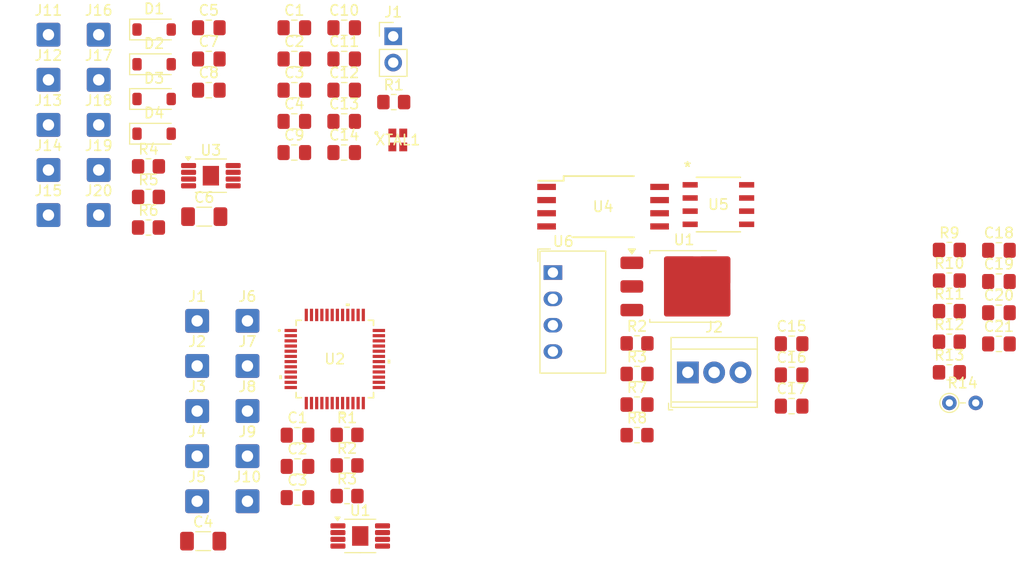
<source format=kicad_pcb>
(kicad_pcb (version 20240108) (generator "pcbnew") (generator_version "8.0")
  (layers (0 "F.Cu" signal) (31 "B.Cu" signal) (34 "B.Paste" user) (35 "F.Paste" user) (36 "B.SilkS" user "B.Silkscreen") (37 "F.SilkS" user "F.Silkscreen") (38 "B.Mask" user) (39 "F.Mask" user) (44 "Edge.Cuts" user))
  (net 0 "")
  (net 1 "Net-(U1-VREG)")
  (net 2 "GND")
  (net 3 "Net-(J4-Pin_1)")
  (net 4 "+24V")
  (net 5 "Net-(J2-Pin_1)")
  (net 6 "Net-(U1-SW)")
  (net 15 "Net-(U1-OC{slash}DT)")
  (net 16 "Net-(U1-RT)")
  (net 44 "+3.3V")
  (net 45 "Net-(U3-VREG)")
  (net 46 "Net-(J12-Pin_1)")
  (net 47 "Net-(U3-SW)")
  (net 48 "Net-(J14-Pin_1)")
  (net 49 "Net-(U2-VREF+)")
  (net 50 "Net-(J1-Pin_1)")
  (net 51 "Net-(U2-PF0-OSC_IN)")
  (net 52 "Net-(U2-PF1-OSC_OUT)")
  (net 53 "Net-(D1-K)")
  (net 54 "Net-(D1-A)")
  (net 55 "Net-(D2-A)")
  (net 56 "Net-(D3-A)")
  (net 63 "Net-(U3-OC{slash}DT)")
  (net 64 "Net-(U3-RT)")
  (net 67 "+5V")
  (net 68 "Net-(U1-VO)")
  (net 69 "Net-(C17-Pad2)")
  (net 70 "Net-(J2-Pin_3)")
  (net 71 "Net-(U6-+VOUT)")
  (net 76 "ADC2_2")
  (net 77 "ADC1_1")
  (net 78 "ADC2_3")
  (net 79 "CAN2_Tx")
  (net 80 "CAN2_Rx")
  (net 81 "CAN2_STB")
  (net 82 "CAN1_Rx")
  (net 83 "HRTIM_CHA1")
  (net 84 "CAN1_Tx")
  (net 85 "HRTIM_CHB1")
  (footprint "Converter_DCDC:Converter_DCDC_Murata_CRE1xxxxxx3C_THT" (layer "F.Cu") (at 173.9375 82.115)
    (property "Reference" "U6" (at 1 -3 0) (layer "F.SilkS"))
    (property "Value" "CRE1S0305S3C")
    (pad "1" thru_hole rect (at 0 0 270) (size 1.4 1.8) (drill 1) (layers "*.Cu" "*.Mask") (net 2 "GND"))
    (pad "2" thru_hole oval (at 0 2.54 270) (size 1.4 1.8) (drill 1) (layers "*.Cu" "*.Mask") (net 4 "+24V"))
    (pad "3" thru_hole oval (at 0 5.08 270) (size 1.4 1.8) (drill 1) (layers "*.Cu" "*.Mask") (net 2 "GND"))
    (pad "4" thru_hole oval (at 0 7.62 270) (size 1.4 1.8) (drill 1) (layers "*.Cu" "*.Mask") (net 71 "Net-(U6-+VOUT)"))
  )
  (footprint "Connector_Wire:SolderWire-0.5sqmm_1x01_D0.9mm_OD2.3mm" (layer "F.Cu") (at 139.62 95.475)
    (property "Reference" "J3" (at 0 -2.35 0) (layer "F.SilkS"))
    (property "Value" "Conn_01x01")
    (pad "1" thru_hole roundrect (at 0 0) (size 2.3 2.3) (drill 1.1) (layers "*.Cu" "*.Mask") (roundrect_rratio 0.108696))
  )
  (footprint "Connector_Wire:SolderWire-0.5sqmm_1x01_D0.9mm_OD2.3mm" (layer "F.Cu") (at 130.1232 72.2217)
    (property "Reference" "J19" (at 0 -2.35 0) (layer "F.SilkS"))
    (property "Value" "Conn_01x01")
    (pad "1" thru_hole roundrect (at 0 0) (size 2.3 2.3) (drill 1.1) (layers "*.Cu" "*.Mask") (roundrect_rratio 0.108696))
  )
  (footprint "Resistor_SMD:R_0805_2012Metric_Pad1.20x1.40mm_HandSolder" (layer "F.Cu") (at 182.0525 88.95)
    (property "Reference" "R2" (at 0 -1.65 0) (layer "F.SilkS"))
    (property "Value" "0")
    (pad "1" smd roundrect (at -1 0) (size 1.2 1.4) (layers "F.Cu" "F.Paste" "F.Mask") (roundrect_rratio 0.208333) (net 68 "Net-(U1-VO)"))
    (pad "2" smd roundrect (at 1 0) (size 1.2 1.4) (layers "F.Cu" "F.Paste" "F.Mask") (roundrect_rratio 0.208333) (net 44 "+3.3V"))
  )
  (footprint "Connector_Wire:SolderWire-0.5sqmm_1x01_D0.9mm_OD2.3mm" (layer "F.Cu") (at 144.47 99.825)
    (property "Reference" "J9" (at 0 -2.35 0) (layer "F.SilkS"))
    (property "Value" "Conn_01x01")
    (pad "1" thru_hole roundrect (at 0 0) (size 2.3 2.3) (drill 1.1) (layers "*.Cu" "*.Mask") (roundrect_rratio 0.108696))
  )
  (footprint "Connector_Wire:SolderWire-0.5sqmm_1x01_D0.9mm_OD2.3mm" (layer "F.Cu") (at 125.2732 67.8717)
    (property "Reference" "J13" (at 0 -2.35 0) (layer "F.SilkS"))
    (property "Value" "Conn_01x01")
    (pad "1" thru_hole roundrect (at 0 0) (size 2.3 2.3) (drill 1.1) (layers "*.Cu" "*.Mask") (roundrect_rratio 0.108696))
  )
  (footprint "Resistor_SMD:R_0805_2012Metric_Pad1.20x1.40mm_HandSolder" (layer "F.Cu") (at 158.5832 65.6717)
    (property "Reference" "R1" (at 0 -1.65 0) (layer "F.SilkS"))
    (property "Value" "10k")
    (pad "1" smd roundrect (at -1 0) (size 1.2 1.4) (layers "F.Cu" "F.Paste" "F.Mask") (roundrect_rratio 0.208333) (net 44 "+3.3V"))
    (pad "2" smd roundrect (at 1 0) (size 1.2 1.4) (layers "F.Cu" "F.Paste" "F.Mask") (roundrect_rratio 0.208333) (net 50 "Net-(J1-Pin_1)"))
  )
  (footprint "Resistor_SMD:R_0805_2012Metric_Pad1.20x1.40mm_HandSolder" (layer "F.Cu") (at 212.1825 82.89)
    (property "Reference" "R10" (at 0 -1.65 0) (layer "F.SilkS"))
    (property "Value" "10k")
    (pad "1" smd roundrect (at -1 0) (size 1.2 1.4) (layers "F.Cu" "F.Paste" "F.Mask") (roundrect_rratio 0.208333) (net 2 "GND"))
    (pad "2" smd roundrect (at 1 0) (size 1.2 1.4) (layers "F.Cu" "F.Paste" "F.Mask") (roundrect_rratio 0.208333) (net 76 "ADC2_2"))
  )
  (footprint "Capacitor_SMD:C_0805_2012Metric_Pad1.18x1.45mm_HandSolder" (layer "F.Cu") (at 153.8032 61.5117)
    (property "Reference" "C11" (at 0 -1.68 0) (layer "F.SilkS"))
    (property "Value" "1uF")
    (pad "1" smd roundrect (at -1.0375 0) (size 1.175 1.45) (layers "F.Cu" "F.Paste" "F.Mask") (roundrect_rratio 0.212766) (net 2 "GND"))
    (pad "2" smd roundrect (at 1.0375 0) (size 1.175 1.45) (layers "F.Cu" "F.Paste" "F.Mask") (roundrect_rratio 0.212766) (net 49 "Net-(U2-VREF+)"))
  )
  (footprint "Resistor_SMD:R_0805_2012Metric_Pad1.20x1.40mm_HandSolder" (layer "F.Cu") (at 182.0525 94.85)
    (property "Reference" "R7" (at 0 -1.65 0) (layer "F.SilkS"))
    (property "Value" "60")
    (pad "1" smd roundrect (at -1 0) (size 1.2 1.4) (layers "F.Cu" "F.Paste" "F.Mask") (roundrect_rratio 0.208333) (net 70 "Net-(J2-Pin_3)"))
    (pad "2" smd roundrect (at 1 0) (size 1.2 1.4) (layers "F.Cu" "F.Paste" "F.Mask") (roundrect_rratio 0.208333) (net 69 "Net-(C17-Pad2)"))
  )
  (footprint "Capacitor_SMD:C_0805_2012Metric_Pad1.18x1.45mm_HandSolder" (layer "F.Cu") (at 153.8032 70.5417)
    (property "Reference" "C14" (at 0 -1.68 0) (layer "F.SilkS"))
    (property "Value" "6.8pF")
    (pad "1" smd roundrect (at -1.0375 0) (size 1.175 1.45) (layers "F.Cu" "F.Paste" "F.Mask") (roundrect_rratio 0.212766) (net 52 "Net-(U2-PF1-OSC_OUT)"))
    (pad "2" smd roundrect (at 1.0375 0) (size 1.175 1.45) (layers "F.Cu" "F.Paste" "F.Mask") (roundrect_rratio 0.212766) (net 2 "GND"))
  )
  (footprint "Connector_Wire:SolderWire-0.5sqmm_1x01_D0.9mm_OD2.3mm" (layer "F.Cu") (at 130.1232 67.8717)
    (property "Reference" "J18" (at 0 -2.35 0) (layer "F.SilkS"))
    (property "Value" "Conn_01x01")
    (pad "1" thru_hole roundrect (at 0 0) (size 2.3 2.3) (drill 1.1) (layers "*.Cu" "*.Mask") (roundrect_rratio 0.108696) (net 56 "Net-(D3-A)"))
  )
  (footprint "Capacitor_SMD:C_0805_2012Metric_Pad1.18x1.45mm_HandSolder" (layer "F.Cu") (at 148.9932 58.5017)
    (property "Reference" "C1" (at 0 -1.68 0) (layer "F.SilkS"))
    (property "Value" "4.7uF")
    (pad "1" smd roundrect (at -1.0375 0) (size 1.175 1.45) (layers "F.Cu" "F.Paste" "F.Mask") (roundrect_rratio 0.212766) (net 44 "+3.3V"))
    (pad "2" smd roundrect (at 1.0375 0) (size 1.175 1.45) (layers "F.Cu" "F.Paste" "F.Mask") (roundrect_rratio 0.212766) (net 2 "GND"))
  )
  (footprint "footprints_crystal:NX2016AB_NDK" (layer "F.Cu") (at 158.975 69.325)
    (property "Reference" "XTAL1" (at 0 0 0) (layer "F.SilkS"))
    (property "Value" "NX2016AB-32MHZ ST2")
    (pad "1" smd rect (at -0.525 -0.675) (size 0.762 0.8382) (layers "F.Cu" "F.Paste" "F.Mask") (net 51 "Net-(U2-PF0-OSC_IN)"))
    (pad "2" smd rect (at -0.525 0.675) (size 0.762 0.8382) (layers "F.Cu" "F.Paste" "F.Mask") (net 2 "GND"))
    (pad "3" smd rect (at 0.525 0.675) (size 0.762 0.8382) (layers "F.Cu" "F.Paste" "F.Mask") (net 52 "Net-(U2-PF1-OSC_OUT)"))
    (pad "4" smd rect (at 0.525 -0.675) (size 0.762 0.8382) (layers "F.Cu" "F.Paste" "F.Mask") (net 2 "GND"))
  )
  (footprint "Diode_SMD:D_SOD-123" (layer "F.Cu") (at 135.4682 62.0217)
    (property "Reference" "D2" (at 0 -2 0) (layer "F.SilkS"))
    (property "Value" "PMEG6010CEH")
    (pad "1" smd roundrect (at -1.65 0) (size 0.9 1.2) (layers "F.Cu" "F.Paste" "F.Mask") (net 54 "Net-(D1-A)"))
    (pad "2" smd roundrect (at 1.65 0) (size 0.9 1.2) (layers "F.Cu" "F.Paste" "F.Mask") (net 55 "Net-(D2-A)"))
  )
  (footprint "Capacitor_SMD:C_0805_2012Metric_Pad1.18x1.45mm_HandSolder" (layer "F.Cu") (at 196.9625 95)
    (property "Reference" "C17" (at 0 -1.68 0) (layer "F.SilkS"))
    (property "Value" "10nF")
    (pad "1" smd roundrect (at -1.0375 0) (size 1.175 1.45) (layers "F.Cu" "F.Paste" "F.Mask") (roundrect_rratio 0.212766) (net 2 "GND"))
    (pad "2" smd roundrect (at 1.0375 0) (size 1.175 1.45) (layers "F.Cu" "F.Paste" "F.Mask") (roundrect_rratio 0.212766) (net 69 "Net-(C17-Pad2)"))
  )
  (footprint "footprints:LQFP48-7x7mm" (layer "F.Cu") (at 152.898301 90.454899)
    (property "Reference" "U2" (at 0 0 0) (layer "F.SilkS"))
    (property "Value" "STM32G474CET6")
    (pad "1" smd rect (at -4.249999 -2.75) (size 1.1938 0.3048) (layers "F.Cu" "F.Paste" "F.Mask") (net 44 "+3.3V"))
    (pad "2" smd rect (at -4.249999 -2.250001) (size 1.1938 0.3048) (layers "F.Cu" "F.Paste" "F.Mask"))
    (pad "3" smd rect (at -4.249999 -1.749999) (size 1.1938 0.3048) (layers "F.Cu" "F.Paste" "F.Mask"))
    (pad "4" smd rect (at -4.249999 -1.25) (size 1.1938 0.3048) (layers "F.Cu" "F.Paste" "F.Mask"))
    (pad "5" smd rect (at -4.249999 -0.750001) (size 1.1938 0.3048) (layers "F.Cu" "F.Paste" "F.Mask") (net 51 "Net-(U2-PF0-OSC_IN)"))
    (pad "6" smd rect (at -4.249999 -0.25) (size 1.1938 0.3048) (layers "F.Cu" "F.Paste" "F.Mask") (net 52 "Net-(U2-PF1-OSC_OUT)"))
    (pad "7" smd rect (at -4.249999 0.25) (size 1.1938 0.3048) (layers "F.Cu" "F.Paste" "F.Mask") (net 50 "Net-(J1-Pin_1)"))
    (pad "8" smd rect (at -4.249999 0.750001) (size 1.1938 0.3048) (layers "F.Cu" "F.Paste" "F.Mask") (net 77 "ADC1_1"))
    (pad "9" smd rect (at -4.249999 1.25) (size 1.1938 0.3048) (layers "F.Cu" "F.Paste" "F.Mask") (net 76 "ADC2_2"))
    (pad "10" smd rect (at -4.249999 1.749999) (size 1.1938 0.3048) (layers "F.Cu" "F.Paste" "F.Mask"))
    (pad "11" smd rect (at -4.249999 2.250001) (size 1.1938 0.3048) (layers "F.Cu" "F.Paste" "F.Mask"))
    (pad "12" smd rect (at -4.249999 2.75) (size 1.1938 0.3048) (layers "F.Cu" "F.Paste" "F.Mask"))
    (pad "13" smd rect (at -2.75 4.249999 90) (size 1.1938 0.3048) (layers "F.Cu" "F.Paste" "F.Mask"))
    (pad "14" smd rect (at -2.250001 4.249999 90) (size 1.1938 0.3048) (layers "F.Cu" "F.Paste" "F.Mask") (net 78 "ADC2_3"))
    (pad "15" smd rect (at -1.749999 4.249999 90) (size 1.1938 0.3048) (layers "F.Cu" "F.Paste" "F.Mask"))
    (pad "16" smd rect (at -1.25 4.249999 90) (size 1.1938 0.3048) (layers "F.Cu" "F.Paste" "F.Mask"))
    (pad "17" smd rect (at -0.750001 4.249999 90) (size 1.1938 0.3048) (layers "F.Cu" "F.Paste" "F.Mask"))
    (pad "18" smd rect (at -0.25 4.249999 90) (size 1.1938 0.3048) (layers "F.Cu" "F.Paste" "F.Mask"))
    (pad "19" smd rect (at 0.25 4.249999 90) (size 1.1938 0.3048) (layers "F.Cu" "F.Paste" "F.Mask") (net 2 "GND"))
    (pad "20" smd rect (at 0.750001 4.249999 90) (size 1.1938 0.3048) (layers "F.Cu" "F.Paste" "F.Mask") (net 49 "Net-(U2-VREF+)"))
    (pad "21" smd rect (at 1.25 4.249999 90) (size 1.1938 0.3048) (layers "F.Cu" "F.Paste" "F.Mask") (net 44 "+3.3V"))
    (pad "22" smd rect (at 1.749999 4.249999 90) (size 1.1938 0.3048) (layers "F.Cu" "F.Paste" "F.Mask"))
    (pad "23" smd rect (at 2.250001 4.249999 90) (size 1.1938 0.3048) (layers "F.Cu" "F.Paste" "F.Mask") (net 2 "GND"))
    (pad "24" smd rect (at 2.75 4.249999 90) (size 1.1938 0.3048) (layers "F.Cu" "F.Paste" "F.Mask") (net 44 "+3.3V"))
    (pad "25" smd rect (at 4.249999 2.75) (size 1.1938 0.3048) (layers "F.Cu" "F.Paste" "F.Mask") (net 81 "CAN2_STB"))
    (pad "26" smd rect (at 4.249999 2.250001) (size 1.1938 0.3048) (layers "F.Cu" "F.Paste" "F.Mask") (net 80 "CAN2_Rx"))
    (pad "27" smd rect (at 4.249999 1.749999) (size 1.1938 0.3048) (layers "F.Cu" "F.Paste" "F.Mask") (net 79 "CAN2_Tx"))
    (pad "28" smd rect (at 4.249999 1.25) (size 1.1938 0.3048) (layers "F.Cu" "F.Paste" "F.Mask"))
    (pad "29" smd rect (at 4.249999 0.750001) (size 1.1938 0.3048) (layers "F.Cu" "F.Paste" "F.Mask"))
    (pad "30" smd rect (at 4.249999 0.25) (size 1.1938 0.3048) (layers "F.Cu" "F.Paste" "F.Mask") (net 83 "HRTIM_CHA1"))
    (pad "31" smd rect (at 4.249999 -0.25) (size 1.1938 0.3048) (layers "F.Cu" "F.Paste" "F.Mask"))
    (pad "32" smd rect (at 4.249999 -0.750001) (size 1.1938 0.3048) (layers "F.Cu" "F.Paste" "F.Mask") (net 85 "HRTIM_CHB1"))
    (pad "33" smd rect (at 4.249999 -1.25) (size 1.1938 0.3048) (layers "F.Cu" "F.Paste" "F.Mask") (net 82 "CAN1_Rx"))
    (pad "34" smd rect (at 4.249999 -1.749999) (size 1.1938 0.3048) (layers "F.Cu" "F.Paste" "F.Mask") (net 84 "CAN1_Tx"))
    (pad "35" smd rect (at 4.249999 -2.250001) (size 1.1938 0.3048) (layers "F.Cu" "F.Paste" "F.Mask") (net 2 "GND"))
    (pad "36" smd rect (at 4.249999 -2.75) (size 1.1938 0.3048) (layers "F.Cu" "F.Paste" "F.Mask") (net 44 "+3.3V"))
    (pad "37" smd rect (at 2.75 -4.249999 90) (size 1.1938 0.3048) (layers "F.Cu" "F.Paste" "F.Mask"))
    (pad "38" smd rect (at 2.250001 -4.249999 90) (size 1.1938 0.3048) (layers "F.Cu" "F.Paste" "F.Mask"))
    (pad "39" smd rect (at 1.749999 -4.249999 90) (size 1.1938 0.3048) (layers "F.Cu" "F.Paste" "F.Mask"))
    (pad "40" smd rect (at 1.25 -4.249999 90) (size 1.1938 0.3048) (layers "F.Cu" "F.Paste" "F.Mask"))
    (pad "41" smd rect (at 0.750001 -4.249999 90) (size 1.1938 0.3048) (layers "F.Cu" "F.Paste" "F.Mask"))
    (pad "42" smd rect (at 0.25 -4.249999 90) (size 1.1938 0.3048) (layers "F.Cu" "F.Paste" "F.Mask"))
    (pad "43" smd rect (at -0.25 -4.249999 90) (size 1.1938 0.3048) (layers "F.Cu" "F.Paste" "F.Mask"))
    (pad "44" smd rect (at -0.750001 -4.249999 90) (size 1.1938 0.3048) (layers "F.Cu" "F.Paste" "F.Mask"))
    (pad "45" smd rect (at -1.25 -4.249999 90) (size 1.1938 0.3048) (layers "F.Cu" "F.Paste" "F.Mask"))
    (pad "46" smd rect (at -1.749999 -4.249999 90) (size 1.1938 0.3048) (layers "F.Cu" "F.Paste" "F.Mask"))
    (pad "47" smd rect (at -2.250001 -4.249999 90) (size 1.1938 0.3048) (layers "F.Cu" "F.Paste" "F.Mask") (net 2 "GND"))
    (pad "48" smd rect (at -2.75 -4.249999 90) (size 1.1938 0.3048) (layers "F.Cu" "F.Paste" "F.Mask") (net 44 "+3.3V"))
  )
  (footprint "Capacitor_SMD:C_0805_2012Metric_Pad1.18x1.45mm_HandSolder" (layer "F.Cu") (at 149.3 103.825)
    (property "Reference" "C3" (at 0 -1.68 0) (layer "F.SilkS"))
    (property "Value" "C")
    (pad "1" smd roundrect (at -1.0375 0) (size 1.175 1.45) (layers "F.Cu" "F.Paste" "F.Mask") (roundrect_rratio 0.212766) (net 4 "+24V"))
    (pad "2" smd roundrect (at 1.0375 0) (size 1.175 1.45) (layers "F.Cu" "F.Paste" "F.Mask") (roundrect_rratio 0.212766) (net 3 "Net-(J4-Pin_1)"))
  )
  (footprint "Capacitor_SMD:C_0805_2012Metric_Pad1.18x1.45mm_HandSolder" (layer "F.Cu") (at 148.9932 64.5217)
    (property "Reference" "C3" (at 0 -1.68 0) (layer "F.SilkS"))
    (property "Value" "100nF")
    (pad "1" smd roundrect (at -1.0375 0) (size 1.175 1.45) (layers "F.Cu" "F.Paste" "F.Mask") (roundrect_rratio 0.212766) (net 44 "+3.3V"))
    (pad "2" smd roundrect (at 1.0375 0) (size 1.175 1.45) (layers "F.Cu" "F.Paste" "F.Mask") (roundrect_rratio 0.212766) (net 2 "GND"))
  )
  (footprint "Resistor_SMD:R_0805_2012Metric_Pad1.20x1.40mm_HandSolder" (layer "F.Cu") (at 212.1825 79.94)
    (property "Reference" "R9" (at 0 -1.65 0) (layer "F.SilkS"))
    (property "Value" "10k")
    (pad "1" smd roundrect (at -1 0) (size 1.2 1.4) (layers "F.Cu" "F.Paste" "F.Mask") (roundrect_rratio 0.208333) (net 76 "ADC2_2"))
    (pad "2" smd roundrect (at 1 0) (size 1.2 1.4) (layers "F.Cu" "F.Paste" "F.Mask") (roundrect_rratio 0.208333) (net 44 "+3.3V"))
  )
  (footprint "Capacitor_SMD:C_0805_2012Metric_Pad1.18x1.45mm_HandSolder" (layer "F.Cu") (at 216.9625 82.98)
    (property "Reference" "C19" (at 0 -1.68 0) (layer "F.SilkS"))
    (property "Value" "100nF")
    (pad "1" smd roundrect (at -1.0375 0) (size 1.175 1.45) (layers "F.Cu" "F.Paste" "F.Mask") (roundrect_rratio 0.212766) (net 2 "GND"))
    (pad "2" smd roundrect (at 1.0375 0) (size 1.175 1.45) (layers "F.Cu" "F.Paste" "F.Mask") (roundrect_rratio 0.212766) (net 77 "ADC1_1"))
  )
  (footprint "Diode_SMD:D_SOD-123" (layer "F.Cu") (at 135.4682 68.7217)
    (property "Reference" "D4" (at 0 -2 0) (layer "F.SilkS"))
    (property "Value" "PMEG6010CEH")
    (pad "1" smd roundrect (at -1.65 0) (size 0.9 1.2) (layers "F.Cu" "F.Paste" "F.Mask") (net 56 "Net-(D3-A)"))
    (pad "2" smd roundrect (at 1.65 0) (size 0.9 1.2) (layers "F.Cu" "F.Paste" "F.Mask") (net 55 "Net-(D2-A)"))
  )
  (footprint "Connector_Wire:SolderWire-0.5sqmm_1x01_D0.9mm_OD2.3mm" (layer "F.Cu") (at 125.2732 76.5717)
    (property "Reference" "J15" (at 0 -2.35 0) (layer "F.SilkS"))
    (property "Value" "Conn_01x01")
    (pad "1" thru_hole roundrect (at 0 0) (size 2.3 2.3) (drill 1.1) (layers "*.Cu" "*.Mask") (roundrect_rratio 0.108696) (net 54 "Net-(D1-A)"))
  )
  (footprint "Connector_Wire:SolderWire-0.5sqmm_1x01_D0.9mm_OD2.3mm" (layer "F.Cu") (at 125.2732 63.5217)
    (property "Reference" "J12" (at 0 -2.35 0) (layer "F.SilkS"))
    (property "Value" "Conn_01x01")
    (pad "1" thru_hole roundrect (at 0 0) (size 2.3 2.3) (drill 1.1) (layers "*.Cu" "*.Mask") (roundrect_rratio 0.108696) (net 46 "Net-(J12-Pin_1)"))
  )
  (footprint "Connector_Wire:SolderWire-0.5sqmm_1x01_D0.9mm_OD2.3mm" (layer "F.Cu") (at 139.62 104.175)
    (property "Reference" "J5" (at 0 -2.35 0) (layer "F.SilkS"))
    (property "Value" "Conn_01x01")
    (pad "1" thru_hole roundrect (at 0 0) (size 2.3 2.3) (drill 1.1) (layers "*.Cu" "*.Mask") (roundrect_rratio 0.108696))
  )
  (footprint "Connector_Wire:SolderWire-0.5sqmm_1x01_D0.9mm_OD2.3mm" (layer "F.Cu") (at 144.47 86.775)
    (property "Reference" "J6" (at 0 -2.35 0) (layer "F.SilkS"))
    (property "Value" "Conn_01x01")
    (pad "1" thru_hole roundrect (at 0 0) (size 2.3 2.3) (drill 1.1) (layers "*.Cu" "*.Mask") (roundrect_rratio 0.108696))
  )
  (footprint "Diode_SMD:D_SOD-123" (layer "F.Cu") (at 135.4682 58.6717)
    (property "Reference" "D1" (at 0 -2 0) (layer "F.SilkS"))
    (property "Value" "PMEG6010CEH")
    (pad "1" smd roundrect (at -1.65 0) (size 0.9 1.2) (layers "F.Cu" "F.Paste" "F.Mask") (net 53 "Net-(D1-K)"))
    (pad "2" smd roundrect (at 1.65 0) (size 0.9 1.2) (layers "F.Cu" "F.Paste" "F.Mask") (net 54 "Net-(D1-A)"))
  )
  (footprint "Capacitor_SMD:C_0805_2012Metric_Pad1.18x1.45mm_HandSolder" (layer "F.Cu") (at 140.7432 58.5017)
    (property "Reference" "C5" (at 0 -1.68 0) (layer "F.SilkS"))
    (property "Value" "C")
    (pad "1" smd roundrect (at -1.0375 0) (size 1.175 1.45) (layers "F.Cu" "F.Paste" "F.Mask") (roundrect_rratio 0.212766) (net 45 "Net-(U3-VREG)"))
    (pad "2" smd roundrect (at 1.0375 0) (size 1.175 1.45) (layers "F.Cu" "F.Paste" "F.Mask") (roundrect_rratio 0.212766) (net 2 "GND"))
  )
  (footprint "Connector_Wire:SolderWire-0.5sqmm_1x01_D0.9mm_OD2.3mm" (layer "F.Cu") (at 139.62 91.125)
    (property "Reference" "J2" (at 0 -2.35 0) (layer "F.SilkS"))
    (property "Value" "Conn_01x01")
    (pad "1" thru_hole roundrect (at 0 0) (size 2.3 2.3) (drill 1.1) (layers "*.Cu" "*.Mask") (roundrect_rratio 0.108696) (net 5 "Net-(J2-Pin_1)"))
  )
  (footprint "Resistor_SMD:R_0805_2012Metric_Pad1.20x1.40mm_HandSolder" (layer "F.Cu") (at 182.0525 91.9)
    (property "Reference" "R3" (at 0 -1.65 0) (layer "F.SilkS"))
    (property "Value" "60")
    (pad "1" smd roundrect (at -1 0) (size 1.2 1.4) (layers "F.Cu" "F.Paste" "F.Mask") (roundrect_rratio 0.208333) (net 69 "Net-(C17-Pad2)"))
    (pad "2" smd roundrect (at 1 0) (size 1.2 1.4) (layers "F.Cu" "F.Paste" "F.Mask") (roundrect_rratio 0.208333) (net 5 "Net-(J2-Pin_1)"))
  )
  (footprint "Capacitor_SMD:C_0805_2012Metric_Pad1.18x1.45mm_HandSolder" (layer "F.Cu") (at 140.7432 61.5117)
    (property "Reference" "C7" (at 0 -1.68 0) (layer "F.SilkS"))
    (property "Value" "C")
    (pad "1" smd roundrect (at -1.0375 0) (size 1.175 1.45) (layers "F.Cu" "F.Paste" "F.Mask") (roundrect_rratio 0.212766) (net 4 "+24V"))
    (pad "2" smd roundrect (at 1.0375 0) (size 1.175 1.45) (layers "F.Cu" "F.Paste" "F.Mask") (roundrect_rratio 0.212766) (net 48 "Net-(J14-Pin_1)"))
  )
  (footprint "Capacitor_SMD:C_0805_2012Metric_Pad1.18x1.45mm_HandSolder" (layer "F.Cu") (at 153.8032 58.5017)
    (property "Reference" "C10" (at 0 -1.68 0) (layer "F.SilkS"))
    (property "Value" "100nF")
    (pad "1" smd roundrect (at -1.0375 0) (size 1.175 1.45) (layers "F.Cu" "F.Paste" "F.Mask") (roundrect_rratio 0.212766) (net 2 "GND"))
    (pad "2" smd roundrect (at 1.0375 0) (size 1.175 1.45) (layers "F.Cu" "F.Paste" "F.Mask") (roundrect_rratio 0.212766) (net 49 "Net-(U2-VREF+)"))
  )
  (footprint "Capacitor_SMD:C_1206_3216Metric_Pad1.33x1.80mm_HandSolder" (layer "F.Cu") (at 140.3032 76.7217)
    (property "Reference" "C6" (at 0 -1.85 0) (layer "F.SilkS"))
    (property "Value" "C")
    (pad "1" smd roundrect (at -1.5625 0) (size 1.325 1.8) (layers "F.Cu" "F.Paste" "F.Mask") (roundrect_rratio 0.188679) (net 47 "Net-(U3-SW)"))
    (pad "2" smd roundrect (at 1.5625 0) (size 1.325 1.8) (layers "F.Cu" "F.Paste" "F.Mask") (roundrect_rratio 0.188679) (net 46 "Net-(J12-Pin_1)"))
  )
  (footprint "Connector_Wire:SolderWire-0.5sqmm_1x01_D0.9mm_OD2.3mm" (layer "F.Cu") (at 125.2732 59.1717)
    (property "Reference" "J11" (at 0 -2.35 0) (layer "F.SilkS"))
    (property "Value" "Conn_01x01")
    (pad "1" thru_hole roundrect (at 0 0) (size 2.3 2.3) (drill 1.1) (layers "*.Cu" "*.Mask") (roundrect_rratio 0.108696))
  )
  (footprint "Connector_Wire:SolderWire-0.5sqmm_1x01_D0.9mm_OD2.3mm" (layer "F.Cu") (at 144.47 91.125)
    (property "Reference" "J7" (at 0 -2.35 0) (layer "F.SilkS"))
    (property "Value" "Conn_01x01")
    (pad "1" thru_hole roundrect (at 0 0) (size 2.3 2.3) (drill 1.1) (layers "*.Cu" "*.Mask") (roundrect_rratio 0.108696))
  )
  (footprint "Resistor_SMD:R_0805_2012Metric_Pad1.20x1.40mm_HandSolder" (layer "F.Cu") (at 154.08 103.675)
    (property "Reference" "R3" (at 0 -1.65 0) (layer "F.SilkS"))
    (property "Value" "R")
    (pad "1" smd roundrect (at -1 0) (size 1.2 1.4) (layers "F.Cu" "F.Paste" "F.Mask") (roundrect_rratio 0.208333) (net 16 "Net-(U1-RT)"))
    (pad "2" smd roundrect (at 1 0) (size 1.2 1.4) (layers "F.Cu" "F.Paste" "F.Mask") (roundrect_rratio 0.208333) (net 2 "GND"))
  )
  (footprint "Connector_PinHeader_2.54mm:PinHeader_1x02_P2.54mm_Vertical" (layer "F.Cu") (at 158.5332 59.3217)
    (property "Reference" "J1" (at 0 -2.33 0) (layer "F.SilkS"))
    (property "Value" "RESET")
    (pad "1" thru_hole rect (at 0 0) (size 1.7 1.7) (drill 1) (layers "*.Cu" "*.Mask") (net 50 "Net-(J1-Pin_1)"))
    (pad "2" thru_hole oval (at 0 2.54) (size 1.7 1.7) (drill 1) (layers "*.Cu" "*.Mask") (net 2 "GND"))
  )
  (footprint "Capacitor_SMD:C_0805_2012Metric_Pad1.18x1.45mm_HandSolder" (layer "F.Cu") (at 153.8032 64.5217)
    (property "Reference" "C12" (at 0 -1.68 0) (layer "F.SilkS"))
    (property "Value" "1uF")
    (pad "1" smd roundrect (at -1.0375 0) (size 1.175 1.45) (layers "F.Cu" "F.Paste" "F.Mask") (roundrect_rratio 0.212766) (net 2 "GND"))
    (pad "2" smd roundrect (at 1.0375 0) (size 1.175 1.45) (layers "F.Cu" "F.Paste" "F.Mask") (roundrect_rratio 0.212766) (net 50 "Net-(J1-Pin_1)"))
  )
  (footprint "Capacitor_SMD:C_0805_2012Metric_Pad1.18x1.45mm_HandSolder" (layer "F.Cu") (at 148.9932 61.5117)
    (property "Reference" "C2" (at 0 -1.68 0) (layer "F.SilkS"))
    (property "Value" "100nF")
    (pad "1" smd roundrect (at -1.0375 0) (size 1.175 1.45) (layers "F.Cu" "F.Paste" "F.Mask") (roundrect_rratio 0.212766) (net 44 "+3.3V"))
    (pad "2" smd roundrect (at 1.0375 0) (size 1.175 1.45) (layers "F.Cu" "F.Paste" "F.Mask") (roundrect_rratio 0.212766) (net 2 "GND"))
  )
  (footprint "Resistor_SMD:R_0805_2012Metric_Pad1.20x1.40mm_HandSolder" (layer "F.Cu") (at 212.1825 91.74)
    (property "Reference" "R13" (at 0 -1.65 0) (layer "F.SilkS"))
    (property "Value" "10k")
    (pad "1" smd roundrect (at -1 0) (size 1.2 1.4) (layers "F.Cu" "F.Paste" "F.Mask") (roundrect_rratio 0.208333) (net 78 "ADC2_3"))
    (pad "2" smd roundrect (at 1 0) (size 1.2 1.4) (layers "F.Cu" "F.Paste" "F.Mask") (roundrect_rratio 0.208333) (net 44 "+3.3V"))
  )
  (footprint "Package_SO:HVSSOP-8-1EP_3x3mm_P0.65mm_EP1.57x1.89mm" (layer "F.Cu") (at 140.9432 72.7717)
    (property "Reference" "U3" (at 0 -2.45 0) (layer "F.SilkS"))
    (property "Value" "UCC25800")
    (pad "1" smd roundrect (at -2.15 -0.975) (size 1.45 0.5) (layers "F.Cu" "F.Paste" "F.Mask"))
    (pad "2" smd roundrect (at -2.15 -0.325) (size 1.45 0.5) (layers "F.Cu" "F.Paste" "F.Mask"))
    (pad "3" smd roundrect (at -2.15 0.325) (size 1.45 0.5) (layers "F.Cu" "F.Paste" "F.Mask") (net 45 "Net-(U3-VREG)"))
    (pad "4" smd roundrect (at -2.15 0.975) (size 1.45 0.5) (layers "F.Cu" "F.Paste" "F.Mask") (net 63 "Net-(U3-OC{slash}DT)"))
    (pad "5" smd roundrect (at 2.15 0.975) (size 1.45 0.5) (layers "F.Cu" "F.Paste" "F.Mask") (net 64 "Net-(U3-RT)"))
    (pad "6" smd roundrect (at 2.15 0.325) (size 1.45 0.5) (layers "F.Cu" "F.Paste" "F.Mask") (net 2 "GND"))
    (pad "7" smd roundrect (at 2.15 -0.325) (size 1.45 0.5) (layers "F.Cu" "F.Paste" "F.Mask") (net 47 "Net-(U3-SW)"))
    (pad "8" smd roundrect (at 2.15 -0.975) (size 1.45 0.5) (layers "F.Cu" "F.Paste" "F.Mask") (net 4 "+24V"))
    (pad "9" smd rect (at 0 0) (size 1.57 1.89) (property pad_prop_heatsink) (layers "F.Cu" "F.Mask") (net 2 "GND"))
  )
  (footprint "Resistor_SMD:R_0805_2012Metric_Pad1.20x1.40mm_HandSolder" (layer "F.Cu") (at 212.1825 88.79)
    (property "Reference" "R12" (at 0 -1.65 0) (layer "F.SilkS"))
    (property "Value" "1k5")
    (pad "1" smd roundrect (at -1 0) (size 1.2 1.4) (layers "F.Cu" "F.Paste" "F.Mask") (roundrect_rratio 0.208333) (net 2 "GND"))
    (pad "2" smd roundrect (at 1 0) (size 1.2 1.4) (layers "F.Cu" "F.Paste" "F.Mask") (roundrect_rratio 0.208333) (net 77 "ADC1_1"))
  )
  (footprint "Connector_Wire:SolderWire-0.5sqmm_1x01_D0.9mm_OD2.3mm" (layer "F.Cu") (at 139.62 99.825)
    (property "Reference" "J4" (at 0 -2.35 0) (layer "F.SilkS"))
    (property "Value" "Conn_01x01")
    (pad "1" thru_hole roundrect (at 0 0) (size 2.3 2.3) (drill 1.1) (layers "*.Cu" "*.Mask") (roundrect_rratio 0.108696) (net 3 "Net-(J4-Pin_1)"))
  )
  (footprint "Capacitor_SMD:C_0805_2012Metric_Pad1.18x1.45mm_HandSolder" (layer "F.Cu") (at 149.3 100.815)
    (property "Reference" "C2" (at 0 -1.68 0) (layer "F.SilkS"))
    (property "Value" "C")
    (pad "1" smd roundrect (at -1.0375 0) (size 1.175 1.45) (layers "F.Cu" "F.Paste" "F.Mask") (roundrect_rratio 0.212766) (net 3 "Net-(J4-Pin_1)"))
    (pad "2" smd roundrect (at 1.0375 0) (size 1.175 1.45) (layers "F.Cu" "F.Paste" "F.Mask") (roundrect_rratio 0.212766) (net 2 "GND"))
  )
  (footprint "Resistor_SMD:R_0805_2012Metric_Pad1.20x1.40mm_HandSolder" (layer "F.Cu") (at 134.9232 77.7717)
    (property "Reference" "R6" (at 0 -1.65 0) (layer "F.SilkS"))
    (property "Value" "R")
    (pad "1" smd roundrect (at -1 0) (size 1.2 1.4) (layers "F.Cu" "F.Paste" "F.Mask") (roundrect_rratio 0.208333) (net 64 "Net-(U3-RT)"))
    (pad "2" smd roundrect (at 1 0) (size 1.2 1.4) (layers "F.Cu" "F.Paste" "F.Mask") (roundrect_rratio 0.208333) (net 2 "GND"))
  )
  (footprint "Connector_Wire:SolderWire-0.5sqmm_1x01_D0.9mm_OD2.3mm" (layer "F.Cu") (at 144.47 104.175)
    (property "Reference" "J10" (at 0 -2.35 0) (layer "F.SilkS"))
    (property "Value" "Conn_01x01")
    (pad "1" thru_hole roundrect (at 0 0) (size 2.3 2.3) (drill 1.1) (layers "*.Cu" "*.Mask") (roundrect_rratio 0.108696))
  )
  (footprint "Connector_Wire:SolderWire-0.5sqmm_1x01_D0.9mm_OD2.3mm" (layer "F.Cu") (at 130.1232 76.5717)
    (property "Reference" "J20" (at 0 -2.35 0) (layer "F.SilkS"))
    (property "Value" "Conn_01x01")
    (pad "1" thru_hole roundrect (at 0 0) (size 2.3 2.3) (drill 1.1) (layers "*.Cu" "*.Mask") (roundrect_rratio 0.108696))
  )
  (footprint "Resistor_SMD:R_0805_2012Metric_Pad1.20x1.40mm_HandSolder" (layer "F.Cu") (at 154.08 97.775)
    (property "Reference" "R1" (at 0 -1.65 0) (layer "F.SilkS"))
    (property "Value" "R")
    (pad "1" smd roundrect (at -1 0) (size 1.2 1.4) (layers "F.Cu" "F.Paste" "F.Mask") (roundrect_rratio 0.208333) (net 1 "Net-(U1-VREG)"))
    (pad "2" smd roundrect (at 1 0) (size 1.2 1.4) (layers "F.Cu" "F.Paste" "F.Mask") (roundrect_rratio 0.208333) (net 15 "Net-(U1-OC{slash}DT)"))
  )
  (footprint "Resistor_SMD:R_0805_2012Metric_Pad1.20x1.40mm_HandSolder" (layer "F.Cu") (at 154.08 100.725)
    (property "Reference" "R2" (at 0 -1.65 0) (layer "F.SilkS"))
    (property "Value" "R")
    (pad "1" smd roundrect (at -1 0) (size 1.2 1.4) (layers "F.Cu" "F.Paste" "F.Mask") (roundrect_rratio 0.208333) (net 15 "Net-(U1-OC{slash}DT)"))
    (pad "2" smd roundrect (at 1 0) (size 1.2 1.4) (layers "F.Cu" "F.Paste" "F.Mask") (roundrect_rratio 0.208333) (net 2 "GND"))
  )
  (footprint "Capacitor_SMD:C_0805_2012Metric_Pad1.18x1.45mm_HandSolder" (layer "F.Cu") (at 216.9625 79.97)
    (property "Reference" "C18" (at 0 -1.68 0) (layer "F.SilkS"))
    (property "Value" "100nF")
    (pad "1" smd roundrect (at -1.0375 0) (size 1.175 1.45) (layers "F.Cu" "F.Paste" "F.Mask") (roundrect_rratio 0.212766) (net 2 "GND"))
    (pad "2" smd roundrect (at 1.0375 0) (size 1.175 1.45) (layers "F.Cu" "F.Paste" "F.Mask") (roundrect_rratio 0.212766) (net 76 "ADC2_2"))
  )
  (footprint "Package_SO:HVSSOP-8-1EP_3x3mm_P0.65mm_EP1.57x1.89mm" (layer "F.Cu") (at 155.35 107.525)
    (property "Reference" "U1" (at 0 -2.45 0) (layer "F.SilkS"))
    (property "Value" "UCC25800")
    (pad "1" smd roundrect (at -2.15 -0.975) (size 1.45 0.5) (layers "F.Cu" "F.Paste" "F.Mask"))
    (pad "2" smd roundrect (at -2.15 -0.325) (size 1.45 0.5) (layers "F.Cu" "F.Paste" "F.Mask"))
    (pad "3" smd roundrect (at -2.15 0.325) (size 1.45 0.5) (layers "F.Cu" "F.Paste" "F.Mask") (net 1 "Net-(U1-VREG)"))
    (pad "4" smd roundrect (at -2.15 0.975) (size 1.45 0.5) (layers "F.Cu" "F.Paste" "F.Mask") (net 15 "Net-(U1-OC{slash}DT)"))
    (pad "5" smd roundrect (at 2.15 0.975) (size 1.45 0.5) (layers "F.Cu" "F.Paste" "F.Mask") (net 16 "Net-(U1-RT)"))
    (pad "6" smd roundrect (at 2.15 0.325) (size 1.45 0.5) (layers "F.Cu" "F.Paste" "F.Mask") (net 2 "GND"))
    (pad "7" smd roundrect (at 2.15 -0.325) (size 1.45 0.5) (layers "F.Cu" "F.Paste" "F.Mask") (net 6 "Net-(U1-SW)"))
    (pad "8" smd roundrect (at 2.15 -0.975) (size 1.45 0.5) (layers "F.Cu" "F.Paste" "F.Mask") (net 4 "+24V"))
    (pad "9" smd rect (at 0 0) (size 1.57 1.89) (property pad_prop_heatsink) (layers "F.Cu" "F.Mask") (net 2 "GND"))
  )
  (footprint "Connector_Wire:SolderWire-0.5sqmm_1x01_D0.9mm_OD2.3mm" (layer "F.Cu") (at 130.1232 59.1717)
    (property "Reference" "J16" (at 0 -2.35 0) (layer "F.SilkS"))
    (property "Value" "Conn_01x01")
    (pad "1" thru_hole roundrect (at 0 0) (size 2.3 2.3) (drill 1.1) (layers "*.Cu" "*.Mask") (roundrect_rratio 0.108696))
  )
  (footprint "footprints_can:DWV0008A" (layer "F.Cu") (at 178.777498 75.759999)
    (property "Reference" "U4" (at 0 0 0) (layer "F.SilkS"))
    (property "Value" "ISO1042DWV")
    (pad "1" smd rect (at -5.449999 -1.905 90) (size 0.599999 1.799999) (layers "F.Cu" "F.Paste" "F.Mask") (net 44 "+3.3V"))
    (pad "2" smd rect (at -5.449999 -0.635 90) (size 0.599999 1.799999) (layers "F.Cu" "F.Paste" "F.Mask") (net 84 "CAN1_Tx"))
    (pad "3" smd rect (at -5.449999 0.635 90) (size 0.599999 1.799999) (layers "F.Cu" "F.Paste" "F.Mask") (net 82 "CAN1_Rx"))
    (pad "4" smd rect (at -5.449999 1.905 90) (size 0.599999 1.799999) (layers "F.Cu" "F.Paste" "F.Mask") (net 2 "GND"))
    (pad "5" smd rect (at 5.449999 1.905 90) (size 0.599999 1.799999) (layers "F.Cu" "F.Paste" "F.Mask"))
    (pad "6" smd rect (at 5.449999 0.635 90) (size 0.599999 1.799999) (layers "F.Cu" "F.Paste" "F.Mask"))
    (pad "7" smd rect (at 5.449999 -0.635 90) (size 0.599999 1.799999) (layers "F.Cu" "F.Paste" "F.Mask"))
    (pad "8" smd rect (at 5.449999 -1.905 90) (size 0.599999 1.799999) (layers "F.Cu" "F.Paste" "F.Mask"))
  )
  (footprint "Capacitor_SMD:C_0805_2012Metric_Pad1.18x1.45mm_HandSolder" (layer "F.Cu") (at 216.9625 85.99)
    (property "Reference" "C20" (at 0 -1.68 0) (layer "F.SilkS"))
    (property "Value" "100nF")
    (pad "1" smd roundrect (at -1.0375 0) (size 1.175 1.45) (layers "F.Cu" "F.Paste" "F.Mask") (roundrect_rratio 0.212766) (net 2 "GND"))
    (pad "2" smd roundrect (at 1.0375 0) (size 1.175 1.45) (layers "F.Cu" "F.Paste" "F.Mask") (roundrect_rratio 0.212766) (net 78 "ADC2_3"))
  )
  (footprint "TerminalBlock_TE-Connectivity:TerminalBlock_TE_282834-3_1x03_P2.54mm_Horizontal" (layer "F.Cu") (at 186.9525 91.75)
    (property "Reference" "J2" (at 2.54 -4.37 0) (layer "F.SilkS"))
    (property "Value" "Screw_Terminal_01x03")
    (pad "1" thru_hole rect (at 0 0) (size 2.1 2.1) (drill 1.1) (layers "*.Cu" "*.Mask") (net 5 "Net-(J2-Pin_1)"))
    (pad "2" thru_hole circle (at 2.54 0) (size 2.1 2.1) (drill 1.1) (layers "*.Cu" "*.Mask") (net 2 "GND"))
    (pad "3" thru_hole circle (at 5.08 0) (size 2.1 2.1) (drill 1.1) (layers "*.Cu" "*.Mask") (net 70 "Net-(J2-Pin_3)"))
  )
  (footprint "Resistor_THT:R_Axial_DIN0204_L3.6mm_D1.6mm_P2.54mm_Vertical" (layer "F.Cu") (at 212.1825 94.69)
    (property "Reference" "R14" (at 1.27 -1.92 0) (layer "F.SilkS"))
    (property "Value" "10k")
    (pad "1" thru_hole circle (at 0 0) (size 1.4 1.4) (drill 0.7) (layers "*.Cu" "*.Mask") (net 2 "GND"))
    (pad "2" thru_hole oval (at 2.54 0) (size 1.4 1.4) (drill 0.7) (layers "*.Cu" "*.Mask") (net 78 "ADC2_3"))
  )
  (footprint "Capacitor_SMD:C_1206_3216Metric_Pad1.33x1.80mm_HandSolder" (layer "F.Cu") (at 140.2 108.025)
    (property "Reference" "C4" (at 0 -1.85 0) (layer "F.SilkS"))
    (property "Value" "C")
    (pad "1" smd roundrect (at -1.5625 0) (size 1.325 1.8) (layers "F.Cu" "F.Paste" "F.Mask") (roundrect_rratio 0.188679) (net 6 "Net-(U1-SW)"))
    (pad "2" smd roundrect (at 1.5625 0) (size 1.325 1.8) (layers "F.Cu" "F.Paste" "F.Mask") (roundrect_rratio 0.188679) (net 5 "Net-(J2-Pin_1)"))
  )
  (footprint "Capacitor_SMD:C_0805_2012Metric_Pad1.18x1.45mm_HandSolder" (layer "F.Cu") (at 149.3 97.805)
    (property "Reference" "C1" (at 0 -1.68 0) (layer "F.SilkS"))
    (property "Value" "C")
    (pad "1" smd roundrect (at -1.0375 0) (size 1.175 1.45) (layers "F.Cu" "F.Paste" "F.Mask") (roundrect_rratio 0.212766) (net 1 "Net-(U1-VREG)"))
    (pad "2" smd roundrect (at 1.0375 0) (size 1.175 1.45) (layers "F.Cu" "F.Paste" "F.Mask") (roundrect_rratio 0.212766) (net 2 "GND"))
  )
  (footprint "Capacitor_SMD:C_0805_2012Metric_Pad1.18x1.45mm_HandSolder" (layer "F.Cu") (at 148.9932 70.5417)
    (property "Reference" "C9" (at 0 -1.68 0) (layer "F.SilkS"))
    (property "Value" "100nF")
    (pad "1" smd roundrect (at -1.0375 0) (size 1.175 1.45) (layers "F.Cu" "F.Paste" "F.Mask") (roundrect_rratio 0.212766) (net 44 "+3.3V"))
    (pad "2" smd roundrect (at 1.0375 0) (size 1.175 1.45) (layers "F.Cu" "F.Paste" "F.Mask") (roundrect_rratio 0.212766) (net 2 "GND"))
  )
  (footprint "Capacitor_SMD:C_0805_2012Metric_Pad1.18x1.45mm_HandSolder" (layer "F.Cu") (at 216.9625 89)
    (property "Reference" "C21" (at 0 -1.68 0) (layer "F.SilkS"))
    (property "Value" "100nF")
    (pad "1" smd roundrect (at -1.0375 0) (size 1.175 1.45) (layers "F.Cu" "F.Paste" "F.Mask") (roundrect_rratio 0.212766) (net 78 "ADC2_3"))
    (pad "2" smd roundrect (at 1.0375 0) (size 1.175 1.45) (layers "F.Cu" "F.Paste" "F.Mask") (roundrect_rratio 0.212766) (net 76 "ADC2_2"))
  )
  (footprint "Resistor_SMD:R_0805_2012Metric_Pad1.20x1.40mm_HandSolder" (layer "F.Cu") (at 134.9232 74.8217)
    (property "Reference" "R5" (at 0 -1.65 0) (layer "F.SilkS"))
    (property "Value" "R")
    (pad "1" smd roundrect (at -1 0) (size 1.2 1.4) (layers "F.Cu" "F.Paste" "F.Mask") (roundrect_rratio 0.208333) (net 63 "Net-(U3-OC{slash}DT)"))
    (pad "2" smd roundrect (at 1 0) (size 1.2 1.4) (layers "F.Cu" "F.Paste" "F.Mask") (roundrect_rratio 0.208333) (net 2 "GND"))
  )
  (footprint "Connector_Wire:SolderWire-0.5sqmm_1x01_D0.9mm_OD2.3mm" (layer "F.Cu") (at 144.47 95.475)
    (property "Reference" "J8" (at 0 -2.35 0) (layer "F.SilkS"))
    (property "Value" "Conn_01x01")
    (pad "1" thru_hole roundrect (at 0 0) (size 2.3 2.3) (drill 1.1) (layers "*.Cu" "*.Mask") (roundrect_rratio 0.108696))
  )
  (footprint "Connector_Wire:SolderWire-0.5sqmm_1x01_D0.9mm_OD2.3mm" (layer "F.Cu") (at 125.2732 72.2217)
    (property "Reference" "J14" (at 0 -2.35 0) (layer "F.SilkS"))
    (property "Value" "Conn_01x01")
    (pad "1" thru_hole roundrect (at 0 0) (size 2.3 2.3) (drill 1.1) (layers "*.Cu" "*.Mask") (roundrect_rratio 0.108696) (net 48 "Net-(J14-Pin_1)"))
  )
  (footprint "Capacitor_SMD:C_0805_2012Metric_Pad1.18x1.45mm_HandSolder" (layer "F.Cu") (at 196.9625 91.99)
    (property "Reference" "C16" (at 0 -1.68 0) (layer "F.SilkS"))
    (property "Value" "2.2uF")
    (pad "1" smd roundrect (at -1.0375 0) (size 1.175 1.45) (layers "F.Cu" "F.Paste" "F.Mask") (roundrect_rratio 0.212766) (net 2 "GND"))
    (pad "2" smd roundrect (at 1.0375 0) (size 1.175 1.45) (layers "F.Cu" "F.Paste" "F.Mask") (roundrect_rratio 0.212766) (net 68 "Net-(U1-VO)"))
  )
  (footprint "Resistor_SMD:R_0805_2012Metric_Pad1.20x1.40mm_HandSolder" (layer "F.Cu") (at 182.0525 97.8)
    (property "Reference" "R8" (at 0 -1.65 0) (layer "F.SilkS"))
    (property "Value" "0")
    (pad "1" smd roundrect (at -1 0) (size 1.2 1.4) (layers "F.Cu" "F.Paste" "F.Mask") (roundrect_rratio 0.208333) (net 71 "Net-(U6-+VOUT)"))
    (pad "2" smd roundrect (at 1 0) (size 1.2 1.4) (layers "F.Cu" "F.Paste" "F.Mask") (roundrect_rratio 0.208333) (net 67 "+5V"))
  )
  (footprint "Resistor_SMD:R_0805_2012Metric_Pad1.20x1.40mm_HandSolder" (layer "F.Cu") (at 212.1825 85.84)
    (property "Reference" "R11" (at 0 -1.65 0) (layer "F.SilkS"))
    (property "Value" "27K")
    (pad "1" smd roundrect (at -1 0) (size 1.2 1.4) (layers "F.Cu" "F.Paste" "F.Mask") (roundrect_rratio 0.208333) (net 77 "ADC1_1"))
    (pad "2" smd roundrect (at 1 0) (size 1.2 1.4) (layers "F.Cu" "F.Paste" "F.Mask") (roundrect_rratio 0.208333) (net 4 "+24V"))
  )
  (footprint "Connector_Wire:SolderWire-0.5sqmm_1x01_D0.9mm_OD2.3mm" (layer "F.Cu") (at 139.62 86.775)
    (property "Reference" "J1" (at 0 -2.35 0) (layer "F.SilkS"))
    (property "Value" "Conn_01x01")
    (pad "1" thru_hole roundrect (at 0 0) (size 2.3 2.3) (drill 1.1) (layers "*.Cu" "*.Mask") (roundrect_rratio 0.108696))
  )
  (footprint "Package_TO_SOT_SMD:TO-252-3_TabPin2" (layer "F.Cu") (at 186.5925 83.455)
    (property "Reference" "U1" (at 0 -4.5 0) (layer "F.SilkS"))
    (property "Value" "TLV76133DCY")
    (pad "1" smd roundrect (at -5.04 -2.28) (size 2.2 1.2) (layers "F.Cu" "F.Paste" "F.Mask") (roundrect_rratio 0.208333) (net 2 "GND"))
    (pad "2" smd roundrect (at -5.04 0) (size 2.2 1.2) (layers "F.Cu" "F.Paste" "F.Mask") (roundrect_rratio 0.208333) (net 68 "Net-(U1-VO)"))
    (pad "2" smd roundrect (at -0.415 -1.525) (size 3.05 2.75) (layers "F.Cu" "F.Paste") (roundrect_rratio 0.090909) (net 68 "Net-(U1-VO)"))
    (pad "2" smd roundrect (at -0.415 1.525) (size 3.05 2.75) (layers "F.Cu" "F.Paste") (roundrect_rratio 0.090909) (net 68 "Net-(U1-VO)"))
    (pad "2" smd roundrect (at 1.26 0) (size 6.4 5.8) (layers "F.Cu" "F.Mask") (roundrect_rratio 0.043103) (net 68 "Net-(U1-VO)"))
    (pad "2" smd roundrect (at 2.935 -1.525) (size 3.05 2.75) (layers "F.Cu" "F.Paste") (roundrect_rratio 0.090909) (net 68 "Net-(U1-VO)"))
    (pad "2" smd roundrect (at 2.935 1.525) (size 3.05 2.75) (layers "F.Cu" "F.Paste") (roundrect_rratio 0.090909) (net 68 "Net-(U1-VO)"))
    (pad "3" smd roundrect (at -5.04 2.28) (size 2.2 1.2) (layers "F.Cu" "F.Paste" "F.Mask") (roundrect_rratio 0.208333) (net 67 "+5V"))
  )
  (footprint "Capacitor_SMD:C_0805_2012Metric_Pad1.18x1.45mm_HandSolder" (layer "F.Cu") (at 140.7432 64.5217)
    (property "Reference" "C8" (at 0 -1.68 0) (layer "F.SilkS"))
    (property "Value" "C")
    (pad "1" smd roundrect (at -1.0375 0) (size 1.175 1.45) (layers "F.Cu" "F.Paste" "F.Mask") (roundrect_rratio 0.212766) (net 48 "Net-(J14-Pin_1)"))
    (pad "2" smd roundrect (at 1.0375 0) (size 1.175 1.45) (layers "F.Cu" "F.Paste" "F.Mask") (roundrect_rratio 0.212766) (net 2 "GND"))
  )
  (footprint "Resistor_SMD:R_0805_2012Metric_Pad1.20x1.40mm_HandSolder" (layer "F.Cu") (at 134.9232 71.8717)
    (property "Reference" "R4" (at 0 -1.65 0) (layer "F.SilkS"))
    (property "Value" "R")
    (pad "1" smd roundrect (at -1 0) (size 1.2 1.4) (layers "F.Cu" "F.Paste" "F.Mask") (roundrect_rratio 0.208333) (net 45 "Net-(U3-VREG)"))
    (pad "2" smd roundrect (at 1 0) (size 1.2 1.4) (layers "F.Cu" "F.Paste" "F.Mask") (roundrect_rratio 0.208333) (net 63 "Net-(U3-OC{slash}DT)"))
  )
  (footprint "Capacitor_SMD:C_0805_2012Metric_Pad1.18x1.45mm_HandSolder" (layer "F.Cu") (at 196.9625 88.98)
    (property "Reference" "C15" (at 0 -1.68 0) (layer "F.SilkS"))
    (property "Value" "1uF")
    (pad "1" smd roundrect (at -1.0375 0) (size 1.175 1.45) (layers "F.Cu" "F.Paste" "F.Mask") (roundrect_rratio 0.212766) (net 2 "GND"))
    (pad "2" smd roundrect (at 1.0375 0) (size 1.175 1.45) (layers "F.Cu" "F.Paste" "F.Mask") (roundrect_rratio 0.212766) (net 67 "+5V"))
  )
  (footprint "Capacitor_SMD:C_0805_2012Metric_Pad1.18x1.45mm_HandSolder" (layer "F.Cu") (at 148.9932 67.5317)
    (property "Reference" "C4" (at 0 -1.68 0) (layer "F.SilkS"))
    (property "Value" "100nF")
    (pad "1" smd roundrect (at -1.0375 0) (size 1.175 1.45) (layers "F.Cu" "F.Paste" "F.Mask") (roundrect_rratio 0.212766) (net 44 "+3.3V"))
    (pad "2" smd roundrect (at 1.0375 0) (size 1.175 1.45) (layers "F.Cu" "F.Paste" "F.Mask") (roundrect_rratio 0.212766) (net 2 "GND"))
  )
  (footprint "Diode_SMD:D_SOD-123" (layer "F.Cu") (at 135.4682 65.3717)
    (property "Reference" "D3" (at 0 -2 0) (layer "F.SilkS"))
    (property "Value" "PMEG6010CEH")
    (pad "1" smd roundrect (at -1.65 0) (size 0.9 1.2) (layers "F.Cu" "F.Paste" "F.Mask") (net 53 "Net-(D1-K)"))
    (pad "2" smd roundrect (at 1.65 0) (size 0.9 1.2) (layers "F.Cu" "F.Paste" "F.Mask") (net 56 "Net-(D3-A)"))
  )
  (footprint "Connector_Wire:SolderWire-0.5sqmm_1x01_D0.9mm_OD2.3mm" (layer "F.Cu") (at 130.1232 63.5217)
    (property "Reference" "J17" (at 0 -2.35 0) (layer "F.SilkS"))
    (property "Value" "Conn_01x01")
    (pad "1" thru_hole roundrect (at 0 0) (size 2.3 2.3) (drill 1.1) (layers "*.Cu" "*.Mask") (roundrect_rratio 0.108696))
  )
  (footprint "footprints_can2:SO8_SOT96-1_NXP" (layer "F.Cu") (at 189.9021 75.5571)
    (property "Reference" "U5" (at 0 0 0) (layer "F.SilkS"))
    (property "Value" "TJA1462AT/0Z")
    (fp_text user "*" (at -2.97815 -3.5814 0) (layer "F.SilkS"))
    (fp_text user "*" (at -2.97815 -3.5814 0) (layer "F.SilkS"))
    (pad "1" smd rect (at -2.72415 -1.905) (size 1.4605 0.5334) (layers "F.Cu" "F.Paste" "F.Mask") (net 79 "CAN2_Tx"))
    (pad "2" smd rect (at -2.72415 -0.635) (size 1.4605 0.5334) (layers "F.Cu" "F.Paste" "F.Mask") (net 2 "GND"))
    (pad "3" smd rect (at -2.72415 0.635) (size 1.4605 0.5334) (layers "F.Cu" "F.Paste" "F.Mask") (net 67 "+5V"))
    (pad "4" smd rect (at -2.72415 1.905) (size 1.4605 0.5334) (layers "F.Cu" "F.Paste" "F.Mask") (net 80 "CAN2_Rx"))
    (pad "5" smd rect (at 2.72415 1.905) (size 1.4605 0.5334) (layers "F.Cu" "F.Paste" "F.Mask") (net 44 "+3.3V"))
    (pad "6" smd rect (at 2.72415 0.635) (size 1.4605 0.5334) (layers "F.Cu" "F.Paste" "F.Mask") (net 70 "Net-(J2-Pin_3)"))
    (pad "7" smd rect (at 2.72415 -0.635) (size 1.4605 0.5334) (layers "F.Cu" "F.Paste" "F.Mask") (net 5 "Net-(J2-Pin_1)"))
    (pad "8" smd rect (at 2.72415 -1.905) (size 1.4605 0.5334) (layers "F.Cu" "F.Paste" "F.Mask") (net 81 "CAN2_STB"))
  )
  (footprint "Capacitor_SMD:C_0805_2012Metric_Pad1.18x1.45mm_HandSolder" (layer "F.Cu") (at 153.8032 67.5317)
    (property "Reference" "C13" (at 0 -1.68 0) (layer "F.SilkS"))
    (property "Value" "6.8pF")
    (pad "1" smd roundrect (at -1.0375 0) (size 1.175 1.45) (layers "F.Cu" "F.Paste" "F.Mask") (roundrect_rratio 0.212766) (net 51 "Net-(U2-PF0-OSC_IN)"))
    (pad "2" smd roundrect (at 1.0375 0) (size 1.175 1.45) (layers "F.Cu" "F.Paste" "F.Mask") (roundrect_rratio 0.212766) (net 2 "GND"))
  )
)
</source>
